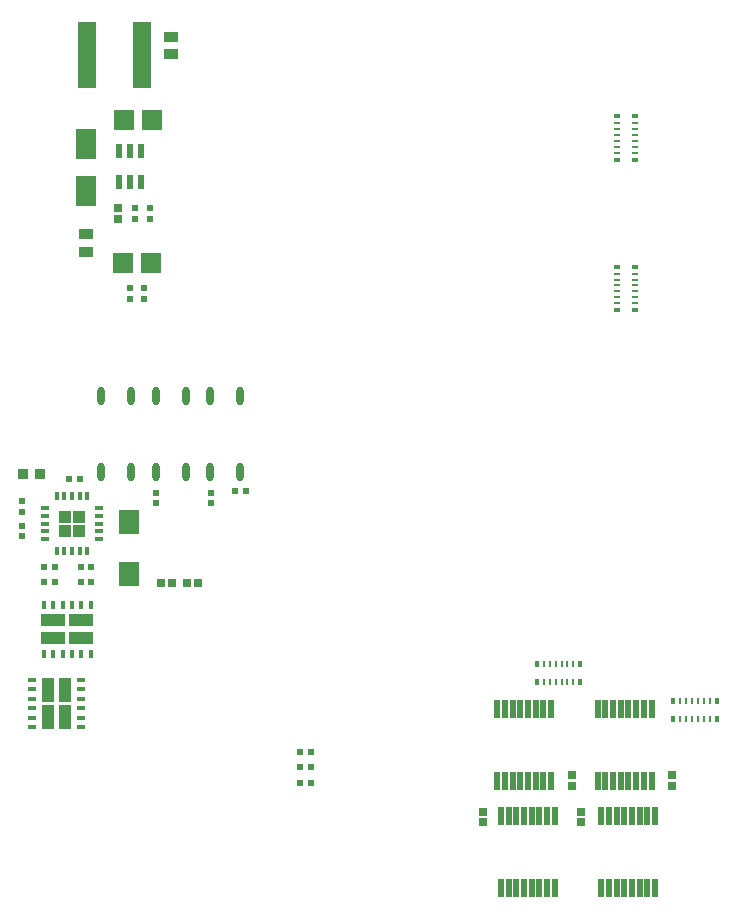
<source format=gtp>
G04*
G04 #@! TF.GenerationSoftware,Altium Limited,Altium Designer,22.10.1 (41)*
G04*
G04 Layer_Color=8421504*
%FSLAX44Y44*%
%MOMM*%
G71*
G04*
G04 #@! TF.SameCoordinates,ED3CD574-296F-4DA1-8CEE-BF2CD4CAFD89*
G04*
G04*
G04 #@! TF.FilePolarity,Positive*
G04*
G01*
G75*
%ADD16R,0.9800X0.9800*%
%ADD17R,1.2621X0.9578*%
%ADD18R,1.7540X1.8062*%
%ADD19O,0.6000X1.5500*%
%ADD20R,0.6000X0.6000*%
%ADD21R,0.6000X0.6000*%
%ADD22R,1.6000X5.7000*%
%ADD23R,1.8000X2.1000*%
%ADD24R,1.7000X2.5000*%
%ADD25R,0.9587X0.9121*%
%ADD26R,0.6400X0.6400*%
%ADD27R,0.6000X1.2000*%
%ADD28R,0.6400X0.6400*%
%ADD29R,0.5000X0.2500*%
%ADD30R,0.5000X0.4250*%
%ADD31R,0.2500X0.5000*%
%ADD32R,0.4250X0.5000*%
G04:AMPARAMS|DCode=33|XSize=0.45mm|YSize=1.6mm|CornerRadius=0.0495mm|HoleSize=0mm|Usage=FLASHONLY|Rotation=180.000|XOffset=0mm|YOffset=0mm|HoleType=Round|Shape=RoundedRectangle|*
%AMROUNDEDRECTD33*
21,1,0.4500,1.5010,0,0,180.0*
21,1,0.3510,1.6000,0,0,180.0*
1,1,0.0990,-0.1755,0.7505*
1,1,0.0990,0.1755,0.7505*
1,1,0.0990,0.1755,-0.7505*
1,1,0.0990,-0.1755,-0.7505*
%
%ADD33ROUNDEDRECTD33*%
%ADD34R,1.0000X2.1000*%
%ADD35R,0.6500X0.4000*%
G04:AMPARAMS|DCode=36|XSize=0.75mm|YSize=0.31mm|CornerRadius=0.0496mm|HoleSize=0mm|Usage=FLASHONLY|Rotation=0.000|XOffset=0mm|YOffset=0mm|HoleType=Round|Shape=RoundedRectangle|*
%AMROUNDEDRECTD36*
21,1,0.7500,0.2108,0,0,0.0*
21,1,0.6508,0.3100,0,0,0.0*
1,1,0.0992,0.3254,-0.1054*
1,1,0.0992,-0.3254,-0.1054*
1,1,0.0992,-0.3254,0.1054*
1,1,0.0992,0.3254,0.1054*
%
%ADD36ROUNDEDRECTD36*%
G04:AMPARAMS|DCode=37|XSize=0.31mm|YSize=0.75mm|CornerRadius=0.0496mm|HoleSize=0mm|Usage=FLASHONLY|Rotation=0.000|XOffset=0mm|YOffset=0mm|HoleType=Round|Shape=RoundedRectangle|*
%AMROUNDEDRECTD37*
21,1,0.3100,0.6508,0,0,0.0*
21,1,0.2108,0.7500,0,0,0.0*
1,1,0.0992,0.1054,-0.3254*
1,1,0.0992,-0.1054,-0.3254*
1,1,0.0992,-0.1054,0.3254*
1,1,0.0992,0.1054,0.3254*
%
%ADD37ROUNDEDRECTD37*%
%ADD38R,0.4000X0.6500*%
%ADD39R,2.1000X1.0000*%
D16*
X70142Y327150D02*
D03*
X81943D02*
D03*
X70142Y315350D02*
D03*
X81943D02*
D03*
D17*
X88000Y551728D02*
D03*
Y566272D02*
D03*
X160000Y733272D02*
D03*
Y718728D02*
D03*
D18*
X120239Y663000D02*
D03*
X143761D02*
D03*
X119239Y542000D02*
D03*
X142761D02*
D03*
D19*
X125700Y429250D02*
D03*
X100300D02*
D03*
X125700Y364750D02*
D03*
X100300D02*
D03*
X172207Y429250D02*
D03*
X146807D02*
D03*
X172207Y364750D02*
D03*
X146807D02*
D03*
X193300D02*
D03*
X218700D02*
D03*
X193300Y429250D02*
D03*
X218700D02*
D03*
D20*
X83500Y285000D02*
D03*
X92500D02*
D03*
X61500Y272000D02*
D03*
X52500D02*
D03*
X83500D02*
D03*
X92500D02*
D03*
X61500Y285000D02*
D03*
X52500D02*
D03*
X278500Y128000D02*
D03*
X269500D02*
D03*
X278500Y115000D02*
D03*
X269500D02*
D03*
X278500Y102000D02*
D03*
X269500D02*
D03*
X73500Y359000D02*
D03*
X82500D02*
D03*
X214000Y348941D02*
D03*
X223000D02*
D03*
D21*
X34000Y319500D02*
D03*
Y310500D02*
D03*
X194000Y338500D02*
D03*
Y347500D02*
D03*
X147000Y338500D02*
D03*
Y347500D02*
D03*
X142000Y588500D02*
D03*
Y579500D02*
D03*
X34000Y331500D02*
D03*
Y340500D02*
D03*
X137000Y511500D02*
D03*
Y520500D02*
D03*
X129000Y579500D02*
D03*
Y588500D02*
D03*
X125000Y520500D02*
D03*
Y511500D02*
D03*
D22*
X88500Y718000D02*
D03*
X135500D02*
D03*
D23*
X124000Y323000D02*
D03*
Y279000D02*
D03*
D24*
X87826Y643000D02*
D03*
Y603000D02*
D03*
D25*
X34733Y363000D02*
D03*
X49267D02*
D03*
D26*
X115000Y588600D02*
D03*
Y579400D02*
D03*
X584000Y108600D02*
D03*
Y99400D02*
D03*
X507000Y68400D02*
D03*
Y77600D02*
D03*
X424000Y68400D02*
D03*
Y77600D02*
D03*
X499000Y99400D02*
D03*
Y108600D02*
D03*
D27*
X115500Y611000D02*
D03*
X125000D02*
D03*
X134500D02*
D03*
Y637000D02*
D03*
X125000D02*
D03*
X115500D02*
D03*
D28*
X160600Y271000D02*
D03*
X151400D02*
D03*
X182600D02*
D03*
X173400D02*
D03*
D29*
X537500Y635500D02*
D03*
Y640500D02*
D03*
Y645500D02*
D03*
Y650500D02*
D03*
Y655500D02*
D03*
Y660500D02*
D03*
X552500D02*
D03*
Y655500D02*
D03*
Y650500D02*
D03*
Y645500D02*
D03*
Y640500D02*
D03*
Y635500D02*
D03*
Y508000D02*
D03*
Y513000D02*
D03*
Y518000D02*
D03*
Y523000D02*
D03*
Y528000D02*
D03*
Y533000D02*
D03*
X537500D02*
D03*
Y528000D02*
D03*
Y523000D02*
D03*
Y518000D02*
D03*
Y513000D02*
D03*
Y508000D02*
D03*
D30*
Y629625D02*
D03*
Y666375D02*
D03*
X552500D02*
D03*
Y629625D02*
D03*
Y502125D02*
D03*
Y538875D02*
D03*
X537500D02*
D03*
Y502125D02*
D03*
D31*
X500500Y187500D02*
D03*
X495500D02*
D03*
X490500D02*
D03*
X485500D02*
D03*
X480500D02*
D03*
X475500D02*
D03*
Y202500D02*
D03*
X480500D02*
D03*
X485500D02*
D03*
X490500D02*
D03*
X495500D02*
D03*
X500500D02*
D03*
X616000Y156000D02*
D03*
X611000D02*
D03*
X606000D02*
D03*
X601000D02*
D03*
X596000D02*
D03*
X591000D02*
D03*
Y171000D02*
D03*
X596000D02*
D03*
X601000D02*
D03*
X606000D02*
D03*
X611000D02*
D03*
X616000D02*
D03*
D32*
X506375Y187500D02*
D03*
X469625D02*
D03*
Y202500D02*
D03*
X506375D02*
D03*
X621875Y156000D02*
D03*
X585125D02*
D03*
Y171000D02*
D03*
X621875D02*
D03*
D33*
X569750Y73500D02*
D03*
X563250D02*
D03*
X556750D02*
D03*
X550250D02*
D03*
X543750D02*
D03*
X537250D02*
D03*
X530750D02*
D03*
X524250D02*
D03*
X569750Y12500D02*
D03*
X563250D02*
D03*
X556750D02*
D03*
X550250D02*
D03*
X543750D02*
D03*
X537250D02*
D03*
X530750D02*
D03*
X524250D02*
D03*
X439250D02*
D03*
X445750D02*
D03*
X452250D02*
D03*
X458750D02*
D03*
X465250D02*
D03*
X471750D02*
D03*
X478250D02*
D03*
X484750D02*
D03*
X439250Y73500D02*
D03*
X445750D02*
D03*
X452250D02*
D03*
X458750D02*
D03*
X465250D02*
D03*
X471750D02*
D03*
X478250D02*
D03*
X484750D02*
D03*
X436208Y103543D02*
D03*
X442707D02*
D03*
X449207D02*
D03*
X455708D02*
D03*
X462207D02*
D03*
X468708D02*
D03*
X475207D02*
D03*
X481707D02*
D03*
X436208Y164543D02*
D03*
X442707D02*
D03*
X449207D02*
D03*
X455708D02*
D03*
X462207D02*
D03*
X468708D02*
D03*
X475207D02*
D03*
X481707D02*
D03*
X566708Y164543D02*
D03*
X560207D02*
D03*
X553708D02*
D03*
X547207D02*
D03*
X540708D02*
D03*
X534207D02*
D03*
X527708D02*
D03*
X521208D02*
D03*
X566708Y103543D02*
D03*
X560207D02*
D03*
X553708D02*
D03*
X547207D02*
D03*
X540708D02*
D03*
X534207D02*
D03*
X527708D02*
D03*
X521208D02*
D03*
D34*
X70500Y180750D02*
D03*
Y157250D02*
D03*
X55500D02*
D03*
Y180750D02*
D03*
D35*
X83750Y189000D02*
D03*
Y181000D02*
D03*
Y173000D02*
D03*
Y165000D02*
D03*
Y157000D02*
D03*
Y149000D02*
D03*
X42250D02*
D03*
Y157000D02*
D03*
Y165000D02*
D03*
Y173000D02*
D03*
Y181000D02*
D03*
Y189000D02*
D03*
D36*
X52793Y334250D02*
D03*
Y327750D02*
D03*
Y321250D02*
D03*
Y314750D02*
D03*
Y308250D02*
D03*
X99292D02*
D03*
Y314750D02*
D03*
Y321250D02*
D03*
Y327750D02*
D03*
Y334250D02*
D03*
D37*
X63042Y298000D02*
D03*
X69542D02*
D03*
X76042D02*
D03*
X82543D02*
D03*
X89043D02*
D03*
Y344500D02*
D03*
X82543D02*
D03*
X76042D02*
D03*
X69542D02*
D03*
X63042D02*
D03*
D38*
X92000Y252750D02*
D03*
X84000D02*
D03*
X76000D02*
D03*
X68000D02*
D03*
X60000D02*
D03*
X52000D02*
D03*
Y211250D02*
D03*
X60000D02*
D03*
X68000D02*
D03*
X76000D02*
D03*
X84000D02*
D03*
X92000D02*
D03*
D39*
X83750Y239500D02*
D03*
X60250D02*
D03*
Y224500D02*
D03*
X83750D02*
D03*
M02*

</source>
